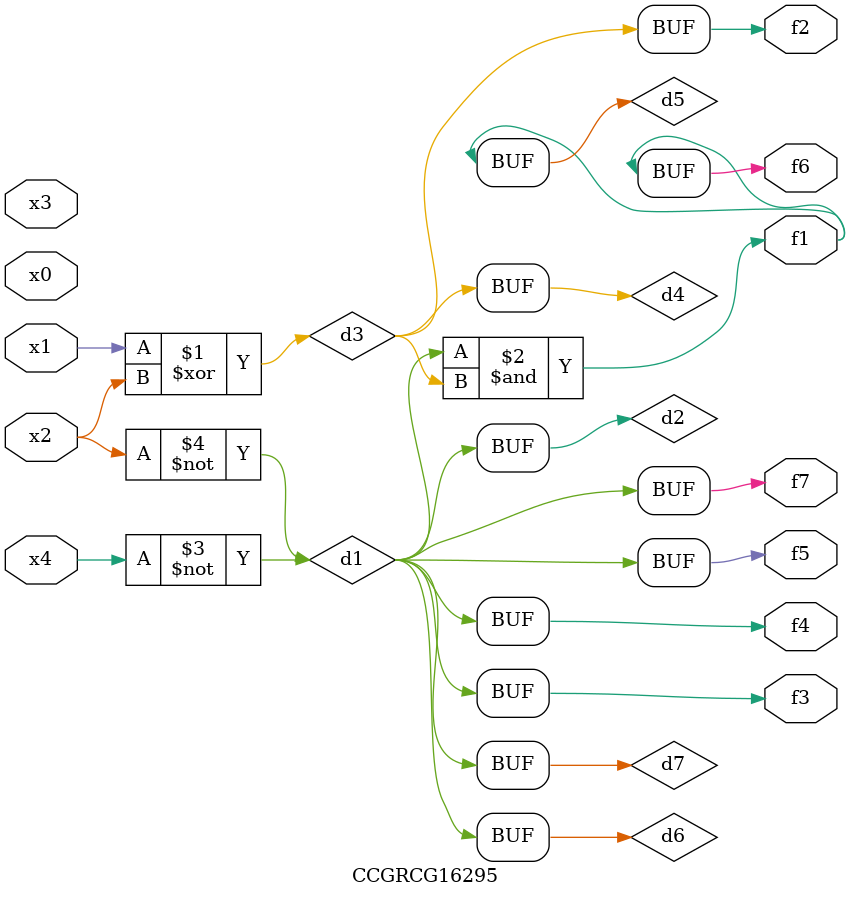
<source format=v>
module CCGRCG16295(
	input x0, x1, x2, x3, x4,
	output f1, f2, f3, f4, f5, f6, f7
);

	wire d1, d2, d3, d4, d5, d6, d7;

	not (d1, x4);
	not (d2, x2);
	xor (d3, x1, x2);
	buf (d4, d3);
	and (d5, d1, d3);
	buf (d6, d1, d2);
	buf (d7, d2);
	assign f1 = d5;
	assign f2 = d4;
	assign f3 = d7;
	assign f4 = d7;
	assign f5 = d7;
	assign f6 = d5;
	assign f7 = d7;
endmodule

</source>
